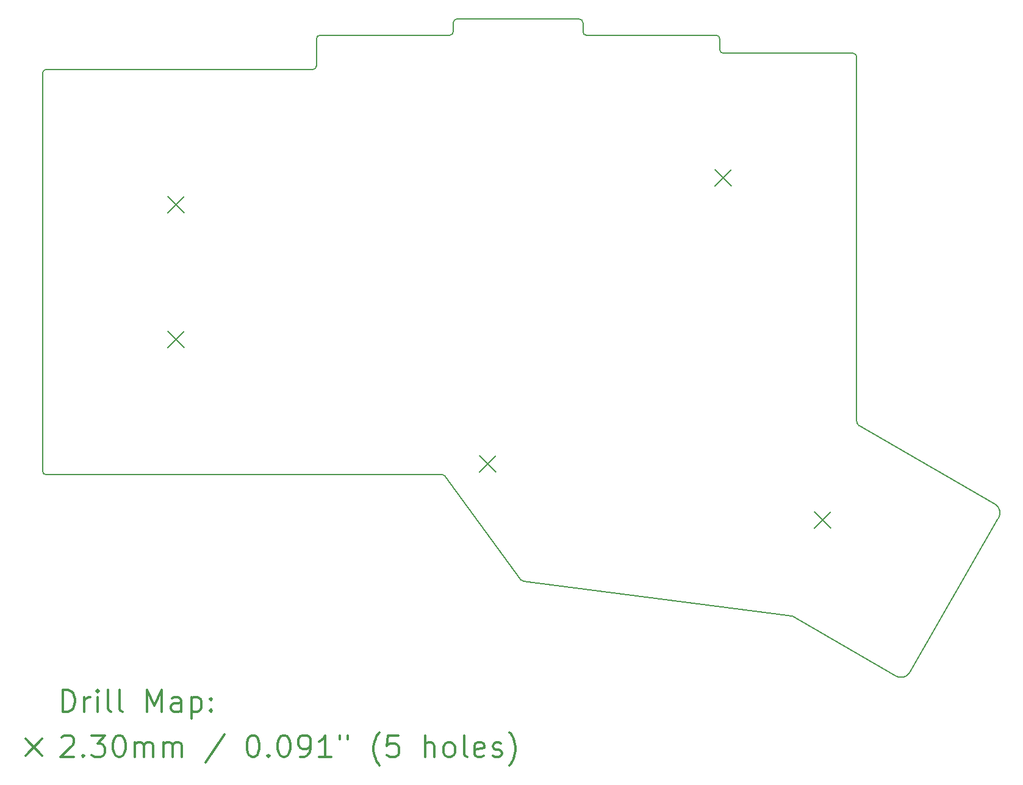
<source format=gbr>
%FSLAX45Y45*%
G04 Gerber Fmt 4.5, Leading zero omitted, Abs format (unit mm)*
G04 Created by KiCad (PCBNEW 5.1.5+dfsg1-2~bpo10+1) date 2020-11-03 09:19:00*
%MOMM*%
%LPD*%
G04 APERTURE LIST*
%TA.AperFunction,Profile*%
%ADD10C,0.150000*%
%TD*%
%ADD11C,0.200000*%
%ADD12C,0.300000*%
G04 APERTURE END LIST*
D10*
X17435000Y-11747500D02*
G75*
G02X17399728Y-11681019I49728J68981D01*
G01*
X19327051Y-12839699D02*
G75*
G02X19365000Y-13032500I-77051J-115301D01*
G01*
X19327051Y-12839699D02*
X17435000Y-11747500D01*
X18129726Y-15178146D02*
G75*
G02X17936925Y-15216096I-115301J77051D01*
G01*
X16442056Y-14377034D02*
G75*
G02X16507500Y-14390000I-33315J-339810D01*
G01*
X18129726Y-15178146D02*
X19365000Y-13032500D01*
X16507500Y-14390000D02*
X17936925Y-15216096D01*
X12775000Y-13900000D02*
X16442056Y-14377034D01*
X12739645Y-13885355D02*
G75*
G03X12775000Y-13900000I35355J35355D01*
G01*
X11685355Y-12439645D02*
X12739645Y-13885355D01*
X17400000Y-6625000D02*
X17399728Y-11681019D01*
X17400000Y-6625000D02*
G75*
G03X17350000Y-6575000I-50000J0D01*
G01*
X11685355Y-12439645D02*
G75*
G03X11650000Y-12425000I-35355J-35355D01*
G01*
X6100000Y-12375000D02*
G75*
G03X6150000Y-12425000I50000J0D01*
G01*
X6150000Y-6800000D02*
G75*
G03X6100000Y-6850000I0J-50000D01*
G01*
X9850000Y-6800000D02*
G75*
G03X9900000Y-6750000I0J50000D01*
G01*
X9950000Y-6325000D02*
G75*
G03X9900000Y-6375000I0J-50000D01*
G01*
X11750000Y-6325000D02*
G75*
G03X11800000Y-6275000I0J50000D01*
G01*
X11850000Y-6100000D02*
G75*
G03X11800000Y-6150000I0J-50000D01*
G01*
X13600000Y-6150000D02*
G75*
G03X13550000Y-6100000I-50000J0D01*
G01*
X13600000Y-6275000D02*
G75*
G03X13650000Y-6325000I50000J0D01*
G01*
X15500000Y-6375000D02*
G75*
G03X15450000Y-6325000I-50000J0D01*
G01*
X15500000Y-6525000D02*
G75*
G03X15550000Y-6575000I50000J0D01*
G01*
X11650000Y-12425000D02*
X6150000Y-12425000D01*
X6100000Y-6850000D02*
X6100000Y-12375000D01*
X9850000Y-6800000D02*
X6150000Y-6800000D01*
X9900000Y-6375000D02*
X9900000Y-6750000D01*
X11750000Y-6325000D02*
X9950000Y-6325000D01*
X11800000Y-6150000D02*
X11800000Y-6275000D01*
X13550000Y-6100000D02*
X11850000Y-6100000D01*
X13600000Y-6275000D02*
X13600000Y-6150000D01*
X15450000Y-6325000D02*
X13650000Y-6325000D01*
X15500000Y-6525000D02*
X15500000Y-6375000D01*
X17350000Y-6575000D02*
X15550000Y-6575000D01*
D11*
X12160000Y-12160000D02*
X12390000Y-12390000D01*
X12390000Y-12160000D02*
X12160000Y-12390000D01*
X16810000Y-12935000D02*
X17040000Y-13165000D01*
X17040000Y-12935000D02*
X16810000Y-13165000D01*
X7835000Y-8560000D02*
X8065000Y-8790000D01*
X8065000Y-8560000D02*
X7835000Y-8790000D01*
X15435000Y-8185000D02*
X15665000Y-8415000D01*
X15665000Y-8185000D02*
X15435000Y-8415000D01*
X7835000Y-10435000D02*
X8065000Y-10665000D01*
X8065000Y-10435000D02*
X7835000Y-10665000D01*
D12*
X6378928Y-15712987D02*
X6378928Y-15412987D01*
X6450357Y-15412987D01*
X6493214Y-15427272D01*
X6521786Y-15455844D01*
X6536071Y-15484415D01*
X6550357Y-15541558D01*
X6550357Y-15584415D01*
X6536071Y-15641558D01*
X6521786Y-15670129D01*
X6493214Y-15698701D01*
X6450357Y-15712987D01*
X6378928Y-15712987D01*
X6678928Y-15712987D02*
X6678928Y-15512987D01*
X6678928Y-15570129D02*
X6693214Y-15541558D01*
X6707500Y-15527272D01*
X6736071Y-15512987D01*
X6764643Y-15512987D01*
X6864643Y-15712987D02*
X6864643Y-15512987D01*
X6864643Y-15412987D02*
X6850357Y-15427272D01*
X6864643Y-15441558D01*
X6878928Y-15427272D01*
X6864643Y-15412987D01*
X6864643Y-15441558D01*
X7050357Y-15712987D02*
X7021786Y-15698701D01*
X7007500Y-15670129D01*
X7007500Y-15412987D01*
X7207500Y-15712987D02*
X7178928Y-15698701D01*
X7164643Y-15670129D01*
X7164643Y-15412987D01*
X7550357Y-15712987D02*
X7550357Y-15412987D01*
X7650357Y-15627272D01*
X7750357Y-15412987D01*
X7750357Y-15712987D01*
X8021786Y-15712987D02*
X8021786Y-15555844D01*
X8007500Y-15527272D01*
X7978928Y-15512987D01*
X7921786Y-15512987D01*
X7893214Y-15527272D01*
X8021786Y-15698701D02*
X7993214Y-15712987D01*
X7921786Y-15712987D01*
X7893214Y-15698701D01*
X7878928Y-15670129D01*
X7878928Y-15641558D01*
X7893214Y-15612987D01*
X7921786Y-15598701D01*
X7993214Y-15598701D01*
X8021786Y-15584415D01*
X8164643Y-15512987D02*
X8164643Y-15812987D01*
X8164643Y-15527272D02*
X8193214Y-15512987D01*
X8250357Y-15512987D01*
X8278928Y-15527272D01*
X8293214Y-15541558D01*
X8307500Y-15570129D01*
X8307500Y-15655844D01*
X8293214Y-15684415D01*
X8278928Y-15698701D01*
X8250357Y-15712987D01*
X8193214Y-15712987D01*
X8164643Y-15698701D01*
X8436071Y-15684415D02*
X8450357Y-15698701D01*
X8436071Y-15712987D01*
X8421786Y-15698701D01*
X8436071Y-15684415D01*
X8436071Y-15712987D01*
X8436071Y-15527272D02*
X8450357Y-15541558D01*
X8436071Y-15555844D01*
X8421786Y-15541558D01*
X8436071Y-15527272D01*
X8436071Y-15555844D01*
X5862500Y-16092272D02*
X6092500Y-16322272D01*
X6092500Y-16092272D02*
X5862500Y-16322272D01*
X6364643Y-16071558D02*
X6378928Y-16057272D01*
X6407500Y-16042987D01*
X6478928Y-16042987D01*
X6507500Y-16057272D01*
X6521786Y-16071558D01*
X6536071Y-16100129D01*
X6536071Y-16128701D01*
X6521786Y-16171558D01*
X6350357Y-16342987D01*
X6536071Y-16342987D01*
X6664643Y-16314415D02*
X6678928Y-16328701D01*
X6664643Y-16342987D01*
X6650357Y-16328701D01*
X6664643Y-16314415D01*
X6664643Y-16342987D01*
X6778928Y-16042987D02*
X6964643Y-16042987D01*
X6864643Y-16157272D01*
X6907500Y-16157272D01*
X6936071Y-16171558D01*
X6950357Y-16185844D01*
X6964643Y-16214415D01*
X6964643Y-16285844D01*
X6950357Y-16314415D01*
X6936071Y-16328701D01*
X6907500Y-16342987D01*
X6821786Y-16342987D01*
X6793214Y-16328701D01*
X6778928Y-16314415D01*
X7150357Y-16042987D02*
X7178928Y-16042987D01*
X7207500Y-16057272D01*
X7221786Y-16071558D01*
X7236071Y-16100129D01*
X7250357Y-16157272D01*
X7250357Y-16228701D01*
X7236071Y-16285844D01*
X7221786Y-16314415D01*
X7207500Y-16328701D01*
X7178928Y-16342987D01*
X7150357Y-16342987D01*
X7121786Y-16328701D01*
X7107500Y-16314415D01*
X7093214Y-16285844D01*
X7078928Y-16228701D01*
X7078928Y-16157272D01*
X7093214Y-16100129D01*
X7107500Y-16071558D01*
X7121786Y-16057272D01*
X7150357Y-16042987D01*
X7378928Y-16342987D02*
X7378928Y-16142987D01*
X7378928Y-16171558D02*
X7393214Y-16157272D01*
X7421786Y-16142987D01*
X7464643Y-16142987D01*
X7493214Y-16157272D01*
X7507500Y-16185844D01*
X7507500Y-16342987D01*
X7507500Y-16185844D02*
X7521786Y-16157272D01*
X7550357Y-16142987D01*
X7593214Y-16142987D01*
X7621786Y-16157272D01*
X7636071Y-16185844D01*
X7636071Y-16342987D01*
X7778928Y-16342987D02*
X7778928Y-16142987D01*
X7778928Y-16171558D02*
X7793214Y-16157272D01*
X7821786Y-16142987D01*
X7864643Y-16142987D01*
X7893214Y-16157272D01*
X7907500Y-16185844D01*
X7907500Y-16342987D01*
X7907500Y-16185844D02*
X7921786Y-16157272D01*
X7950357Y-16142987D01*
X7993214Y-16142987D01*
X8021786Y-16157272D01*
X8036071Y-16185844D01*
X8036071Y-16342987D01*
X8621786Y-16028701D02*
X8364643Y-16414415D01*
X9007500Y-16042987D02*
X9036071Y-16042987D01*
X9064643Y-16057272D01*
X9078928Y-16071558D01*
X9093214Y-16100129D01*
X9107500Y-16157272D01*
X9107500Y-16228701D01*
X9093214Y-16285844D01*
X9078928Y-16314415D01*
X9064643Y-16328701D01*
X9036071Y-16342987D01*
X9007500Y-16342987D01*
X8978928Y-16328701D01*
X8964643Y-16314415D01*
X8950357Y-16285844D01*
X8936071Y-16228701D01*
X8936071Y-16157272D01*
X8950357Y-16100129D01*
X8964643Y-16071558D01*
X8978928Y-16057272D01*
X9007500Y-16042987D01*
X9236071Y-16314415D02*
X9250357Y-16328701D01*
X9236071Y-16342987D01*
X9221786Y-16328701D01*
X9236071Y-16314415D01*
X9236071Y-16342987D01*
X9436071Y-16042987D02*
X9464643Y-16042987D01*
X9493214Y-16057272D01*
X9507500Y-16071558D01*
X9521786Y-16100129D01*
X9536071Y-16157272D01*
X9536071Y-16228701D01*
X9521786Y-16285844D01*
X9507500Y-16314415D01*
X9493214Y-16328701D01*
X9464643Y-16342987D01*
X9436071Y-16342987D01*
X9407500Y-16328701D01*
X9393214Y-16314415D01*
X9378928Y-16285844D01*
X9364643Y-16228701D01*
X9364643Y-16157272D01*
X9378928Y-16100129D01*
X9393214Y-16071558D01*
X9407500Y-16057272D01*
X9436071Y-16042987D01*
X9678928Y-16342987D02*
X9736071Y-16342987D01*
X9764643Y-16328701D01*
X9778928Y-16314415D01*
X9807500Y-16271558D01*
X9821786Y-16214415D01*
X9821786Y-16100129D01*
X9807500Y-16071558D01*
X9793214Y-16057272D01*
X9764643Y-16042987D01*
X9707500Y-16042987D01*
X9678928Y-16057272D01*
X9664643Y-16071558D01*
X9650357Y-16100129D01*
X9650357Y-16171558D01*
X9664643Y-16200129D01*
X9678928Y-16214415D01*
X9707500Y-16228701D01*
X9764643Y-16228701D01*
X9793214Y-16214415D01*
X9807500Y-16200129D01*
X9821786Y-16171558D01*
X10107500Y-16342987D02*
X9936071Y-16342987D01*
X10021786Y-16342987D02*
X10021786Y-16042987D01*
X9993214Y-16085844D01*
X9964643Y-16114415D01*
X9936071Y-16128701D01*
X10221786Y-16042987D02*
X10221786Y-16100129D01*
X10336071Y-16042987D02*
X10336071Y-16100129D01*
X10778928Y-16457272D02*
X10764643Y-16442987D01*
X10736071Y-16400129D01*
X10721786Y-16371558D01*
X10707500Y-16328701D01*
X10693214Y-16257272D01*
X10693214Y-16200129D01*
X10707500Y-16128701D01*
X10721786Y-16085844D01*
X10736071Y-16057272D01*
X10764643Y-16014415D01*
X10778928Y-16000129D01*
X11036071Y-16042987D02*
X10893214Y-16042987D01*
X10878928Y-16185844D01*
X10893214Y-16171558D01*
X10921786Y-16157272D01*
X10993214Y-16157272D01*
X11021786Y-16171558D01*
X11036071Y-16185844D01*
X11050357Y-16214415D01*
X11050357Y-16285844D01*
X11036071Y-16314415D01*
X11021786Y-16328701D01*
X10993214Y-16342987D01*
X10921786Y-16342987D01*
X10893214Y-16328701D01*
X10878928Y-16314415D01*
X11407500Y-16342987D02*
X11407500Y-16042987D01*
X11536071Y-16342987D02*
X11536071Y-16185844D01*
X11521786Y-16157272D01*
X11493214Y-16142987D01*
X11450357Y-16142987D01*
X11421786Y-16157272D01*
X11407500Y-16171558D01*
X11721786Y-16342987D02*
X11693214Y-16328701D01*
X11678928Y-16314415D01*
X11664643Y-16285844D01*
X11664643Y-16200129D01*
X11678928Y-16171558D01*
X11693214Y-16157272D01*
X11721786Y-16142987D01*
X11764643Y-16142987D01*
X11793214Y-16157272D01*
X11807500Y-16171558D01*
X11821786Y-16200129D01*
X11821786Y-16285844D01*
X11807500Y-16314415D01*
X11793214Y-16328701D01*
X11764643Y-16342987D01*
X11721786Y-16342987D01*
X11993214Y-16342987D02*
X11964643Y-16328701D01*
X11950357Y-16300129D01*
X11950357Y-16042987D01*
X12221786Y-16328701D02*
X12193214Y-16342987D01*
X12136071Y-16342987D01*
X12107500Y-16328701D01*
X12093214Y-16300129D01*
X12093214Y-16185844D01*
X12107500Y-16157272D01*
X12136071Y-16142987D01*
X12193214Y-16142987D01*
X12221786Y-16157272D01*
X12236071Y-16185844D01*
X12236071Y-16214415D01*
X12093214Y-16242987D01*
X12350357Y-16328701D02*
X12378928Y-16342987D01*
X12436071Y-16342987D01*
X12464643Y-16328701D01*
X12478928Y-16300129D01*
X12478928Y-16285844D01*
X12464643Y-16257272D01*
X12436071Y-16242987D01*
X12393214Y-16242987D01*
X12364643Y-16228701D01*
X12350357Y-16200129D01*
X12350357Y-16185844D01*
X12364643Y-16157272D01*
X12393214Y-16142987D01*
X12436071Y-16142987D01*
X12464643Y-16157272D01*
X12578928Y-16457272D02*
X12593214Y-16442987D01*
X12621786Y-16400129D01*
X12636071Y-16371558D01*
X12650357Y-16328701D01*
X12664643Y-16257272D01*
X12664643Y-16200129D01*
X12650357Y-16128701D01*
X12636071Y-16085844D01*
X12621786Y-16057272D01*
X12593214Y-16014415D01*
X12578928Y-16000129D01*
M02*

</source>
